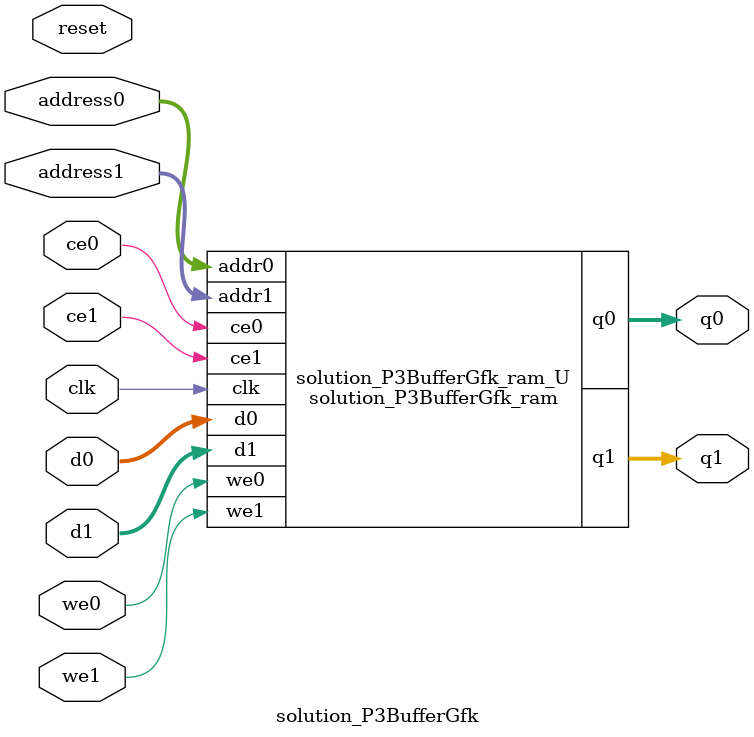
<source format=v>

`timescale 1 ns / 1 ps
module solution_P3BufferGfk_ram (addr0, ce0, d0, we0, q0, addr1, ce1, d1, we1, q1,  clk);

parameter DWIDTH = 8;
parameter AWIDTH = 15;
parameter MEM_SIZE = 31000;

input[AWIDTH-1:0] addr0;
input ce0;
input[DWIDTH-1:0] d0;
input we0;
output reg[DWIDTH-1:0] q0;
input[AWIDTH-1:0] addr1;
input ce1;
input[DWIDTH-1:0] d1;
input we1;
output reg[DWIDTH-1:0] q1;
input clk;

(* ram_style = "block" *)reg [DWIDTH-1:0] ram[0:MEM_SIZE-1];




always @(posedge clk)  
begin 
    if (ce0) 
    begin
        if (we0) 
        begin 
            ram[addr0] <= d0; 
            q0 <= d0;
        end 
        else 
            q0 <= ram[addr0];
    end
end


always @(posedge clk)  
begin 
    if (ce1) 
    begin
        if (we1) 
        begin 
            ram[addr1] <= d1; 
            q1 <= d1;
        end 
        else 
            q1 <= ram[addr1];
    end
end


endmodule


`timescale 1 ns / 1 ps
module solution_P3BufferGfk(
    reset,
    clk,
    address0,
    ce0,
    we0,
    d0,
    q0,
    address1,
    ce1,
    we1,
    d1,
    q1);

parameter DataWidth = 32'd8;
parameter AddressRange = 32'd31000;
parameter AddressWidth = 32'd15;
input reset;
input clk;
input[AddressWidth - 1:0] address0;
input ce0;
input we0;
input[DataWidth - 1:0] d0;
output[DataWidth - 1:0] q0;
input[AddressWidth - 1:0] address1;
input ce1;
input we1;
input[DataWidth - 1:0] d1;
output[DataWidth - 1:0] q1;



solution_P3BufferGfk_ram solution_P3BufferGfk_ram_U(
    .clk( clk ),
    .addr0( address0 ),
    .ce0( ce0 ),
    .we0( we0 ),
    .d0( d0 ),
    .q0( q0 ),
    .addr1( address1 ),
    .ce1( ce1 ),
    .we1( we1 ),
    .d1( d1 ),
    .q1( q1 ));

endmodule


</source>
